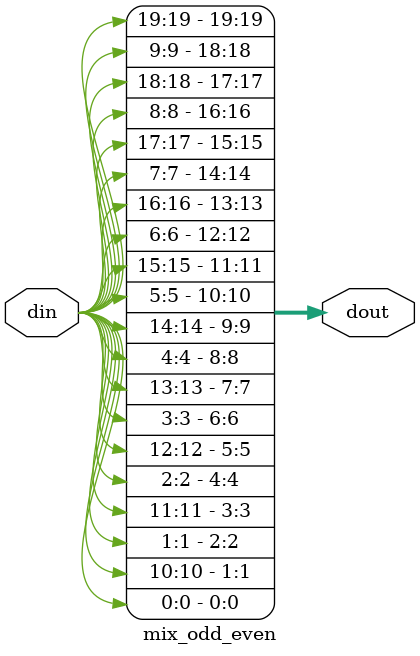
<source format=v>

`timescale 1 ps / 1 ps

module mix_odd_even #(
	parameter WIDTH = 20
)(
	input [WIDTH-1:0] din,
	output [WIDTH-1:0] dout
);

genvar i;
generate
	for (i=0; i<WIDTH/2; i=i+1) begin : lp
		assign dout[i<<1] = din[i];
		assign dout[(i<<1) + 1] = din[(WIDTH/2)+i];		
	end
endgenerate

endmodule
// BENCHMARK INFO :  5SGXEA7N2F45C2ES
// BENCHMARK INFO :  Total registers : 0
// BENCHMARK INFO :  Total pins : 40
// BENCHMARK INFO :  Total virtual pins : 0
// BENCHMARK INFO :  Total block memory bits : 0

</source>
